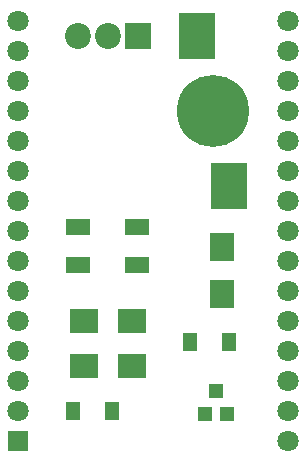
<source format=gts>
G04 #@! TF.FileFunction,Soldermask,Top*
%FSLAX46Y46*%
G04 Gerber Fmt 4.6, Leading zero omitted, Abs format (unit mm)*
G04 Created by KiCad (PCBNEW 4.0.7) date 03/30/18 23:46:17*
%MOMM*%
%LPD*%
G01*
G04 APERTURE LIST*
%ADD10C,0.100000*%
%ADD11R,1.300000X1.600000*%
%ADD12R,3.100000X3.900000*%
%ADD13C,6.100000*%
%ADD14R,2.000000X1.400000*%
%ADD15R,1.200000X1.300000*%
%ADD16R,2.400000X2.100000*%
%ADD17R,1.797000X1.797000*%
%ADD18C,1.797000*%
%ADD19R,2.200000X2.200000*%
%ADD20C,2.200000*%
%ADD21R,2.000000X2.400000*%
G04 APERTURE END LIST*
D10*
D11*
X141860000Y-137160000D03*
X145160000Y-137160000D03*
X151766000Y-131318000D03*
X155066000Y-131318000D03*
D12*
X152320000Y-105410000D03*
X155020000Y-118110000D03*
D13*
X153670000Y-111760000D03*
D14*
X142280000Y-121590000D03*
X142280000Y-124790000D03*
X147280000Y-121590000D03*
X147280000Y-124790000D03*
D15*
X152974000Y-137398000D03*
X154874000Y-137398000D03*
X153924000Y-135398000D03*
D16*
X142780000Y-133350000D03*
X146780000Y-133350000D03*
X142780000Y-129540000D03*
X146780000Y-129540000D03*
D17*
X137160000Y-139700000D03*
D18*
X137160000Y-137160000D03*
X137160000Y-134620000D03*
X137160000Y-132080000D03*
X137160000Y-129540000D03*
X137160000Y-127000000D03*
X137160000Y-124460000D03*
X137160000Y-121920000D03*
X137160000Y-119380000D03*
X137160000Y-116840000D03*
X137160000Y-114300000D03*
X137160000Y-111760000D03*
X137160000Y-109220000D03*
X137160000Y-106680000D03*
X137160000Y-104140000D03*
X160020000Y-104140000D03*
X160020000Y-106680000D03*
X160020000Y-109220000D03*
X160020000Y-111760000D03*
X160020000Y-114300000D03*
X160020000Y-116840000D03*
X160020000Y-119380000D03*
X160020000Y-121920000D03*
X160020000Y-124460000D03*
X160020000Y-127000000D03*
X160020000Y-129540000D03*
X160020000Y-132080000D03*
X160020000Y-134620000D03*
X160020000Y-137160000D03*
X160020000Y-139700000D03*
D19*
X147320000Y-105410000D03*
D20*
X144780000Y-105410000D03*
X142240000Y-105410000D03*
D21*
X154432000Y-123222000D03*
X154432000Y-127222000D03*
M02*

</source>
